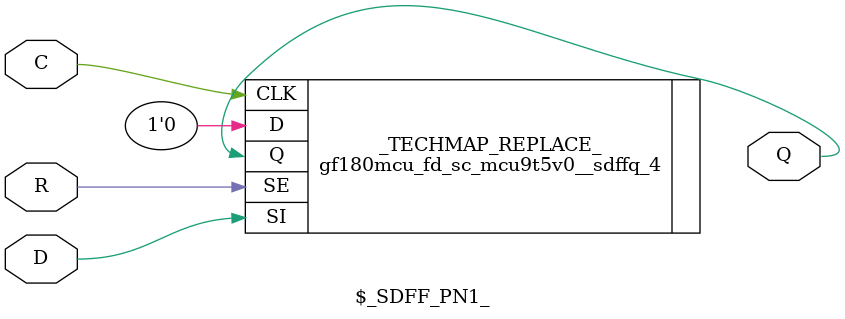
<source format=v>
/*****************************************************************************\
|                        Copyright (C) 2025 Luke Wren                         |
|                     SPDX-License-Identifier: Apache-2.0                     |
\*****************************************************************************/

// Tech mapping file for gf180mcuD 9-track library. Use scan flops to make up
// for other deficiencies in the flop library.
//
// You should also be able to use this with 7-track, just run:
//   sed -i 's/9t5v0/7t5v0/' gf180_scanflop_map.v
//
// There is one big issue with this approach, which is: STA sees a hold check
// on the Q -> D paths even though this is a false path as Q is stable on CLK
// edges which select D. I have some really awful TCL for scraping these flops
// out of the netlist to add the hold exceptions, see chip_top.sdc
//
// Also note I set all these flops to size 4 by default because the tools
// generally make bad choices with resizes, and these flops have at least a
// fanout of 2.

// ----------------------------------------------------------------------------
// DFFEs with positive enable

// Posedge flop with positive enable
module \$_DFFE_PP_ (
	input  D,
	input  C,
	input  E,
	output Q
);
	gf180mcu_fd_sc_mcu9t5v0__sdffq_4 _TECHMAP_REPLACE_ (
		.CLK (C),
		.SI  (D),
		.SE  (E),
		.D   (Q),
		.Q   (Q)
	);

endmodule

// Posedge flop with negative async reset and positive enable
module \$_DFFE_PN0P_ (
	input  D,
	input  C,
	input  R,
	input  E,
	output Q
);
	gf180mcu_fd_sc_mcu9t5v0__sdffrnq_4 _TECHMAP_REPLACE_ (
		.CLK (C),
		.RN  (R),
		.SI  (D),
		.SE  (E),
		.D   (Q),
		.Q   (Q)
	);

endmodule

// Posedge flop with negative async preset and positive enable
module \$_DFFE_PN1P_ (
	input  D,
	input  C,
	input  R,
	input  E,
	output Q
);
	gf180mcu_fd_sc_mcu9t5v0__sdffsnq_4 _TECHMAP_REPLACE_ (
		.CLK  (C),
		.SETN (R),
		.SI   (D),
		.SE   (E),
		.D    (Q),
		.Q    (Q)
	);

endmodule

// ----------------------------------------------------------------------------
// DFFEs with negative enable

// Posedge flop with negative enable
module \$_DFFE_PN_ (
	input  D,
	input  C,
	input  E,
	output Q
);
	gf180mcu_fd_sc_mcu9t5v0__sdffq_4 _TECHMAP_REPLACE_ (
		.CLK (C),
		.SI  (Q),
		.SE  (E),
		.D   (D),
		.Q   (Q)
	);

endmodule

// Posedge flop with negative async reset and negative enable
module \$_DFFE_PN0N_ (
	input  D,
	input  C,
	input  R,
	input  E,
	output Q
);
	gf180mcu_fd_sc_mcu9t5v0__sdffrnq_4 _TECHMAP_REPLACE_ (
		.CLK (C),
		.RN  (R),
		.SI  (Q),
		.SE  (E),
		.D   (D),
		.Q   (Q)
	);

endmodule

// Posedge flop with negative async preset and negative enable
module \$_DFFE_PN1N_ (
	input  D,
	input  C,
	input  R,
	input  E,
	output Q
);
	gf180mcu_fd_sc_mcu9t5v0__sdffsnq_4 _TECHMAP_REPLACE_ (
		.CLK  (C),
		.SETN (R),
		.SI   (Q),
		.SE   (E),
		.D    (D),
		.Q    (Q)
	);

endmodule

// ----------------------------------------------------------------------------
// DFFs with synchronous set/clear

// Posedge flop with positive synchronous clear
module \$_SDFF_PP0_ (
	input  D,
	input  C,
	input  R,
	output Q
);
	gf180mcu_fd_sc_mcu9t5v0__sdffq_4 _TECHMAP_REPLACE_ (
		.CLK  (C),
		.SI   (1'b0),
		.SE   (R),
		.D    (D),
		.Q    (Q)
	);

endmodule

// Posedge flop with positive synchronous set
module \$_SDFF_PP1_ (
	input  D,
	input  C,
	input  R,
	output Q
);
	gf180mcu_fd_sc_mcu9t5v0__sdffq_4 _TECHMAP_REPLACE_ (
		.CLK  (C),
		.SI   (1'b1),
		.SE   (R),
		.D    (D),
		.Q    (Q)
	);

endmodule

// Posedge flop with negative synchronous clear
module \$_SDFF_PN0_ (
	input  D,
	input  C,
	input  R,
	output Q
);
	gf180mcu_fd_sc_mcu9t5v0__sdffq_4 _TECHMAP_REPLACE_ (
		.CLK  (C),
		.SI   (D),
		.SE   (R),
		.D    (1'b0),
		.Q    (Q)
	);

endmodule

// Posedge flop with negative synchronous set
module \$_SDFF_PN1_ (
	input  D,
	input  C,
	input  R,
	output Q
);
	gf180mcu_fd_sc_mcu9t5v0__sdffq_4 _TECHMAP_REPLACE_ (
		.CLK  (C),
		.SI   (D),
		.SE   (R),
		.D    (1'b0),
		.Q    (Q)
	);

endmodule


</source>
